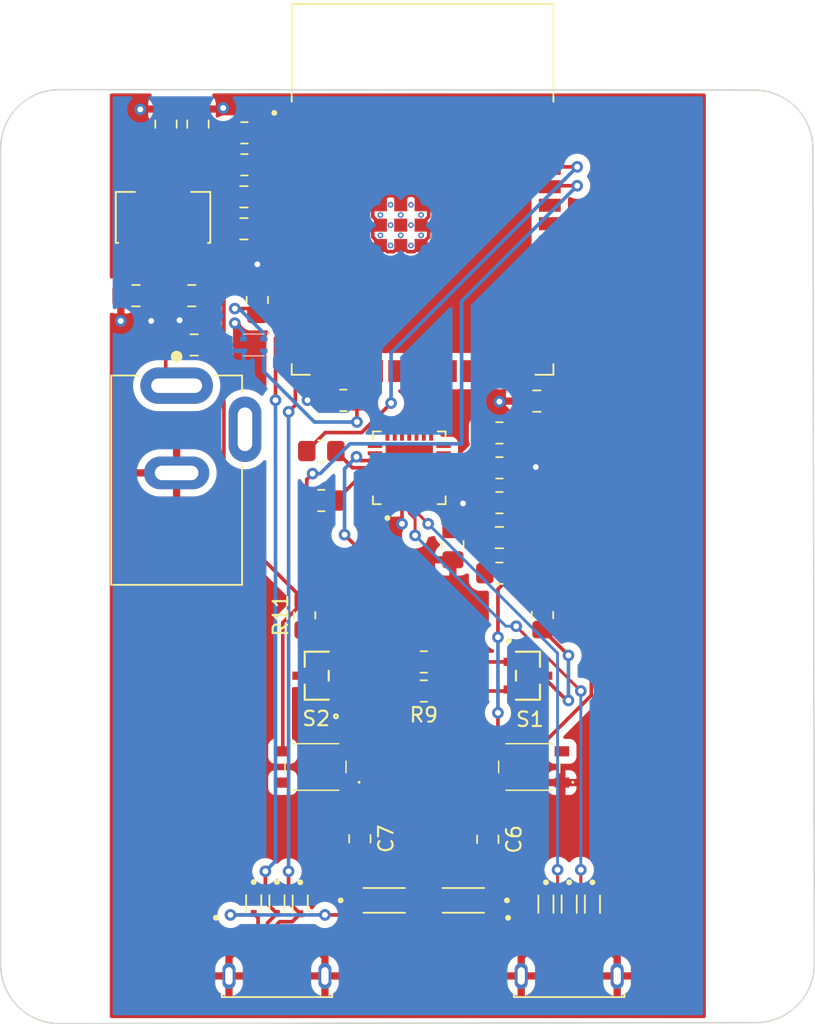
<source format=kicad_pcb>
(kicad_pcb (version 20221018) (generator pcbnew)
  (layers (0 "F.Cu" signal) (31 "B.Cu" signal) (34 "B.Paste" user) (35 "F.Paste" user) (36 "B.SilkS" user "B.Silkscreen") (37 "F.SilkS" user "F.Silkscreen") (38 "B.Mask" user) (39 "F.Mask" user) (44 "Edge.Cuts" user))
  (net 0 "")
  (net 1 "+12V")
  (net 2 "GND")
  (net 3 "+3.3V")
  (net 4 "Net-(C6-Pad1)")
  (net 5 "Net-(C7-Pad1)")
  (net 6 "Net-(U4-VBUS)")
  (net 7 "CHIP_PU")
  (net 8 "IO0")
  (net 9 "USB_DP")
  (net 10 "USB_DN")
  (net 11 "IO20")
  (net 12 "IO19")
  (net 13 "VBUS")
  (net 17 "Net-(U1-IO8)")
  (net 18 "Net-(U1-IO9)")
  (net 19 "Net-(U4-~{RST})")
  (net 20 "Net-(U4-~{SUSPEND})")
  (net 21 "Net-(U4-TXD)")
  (net 22 "U0RXD")
  (net 23 "Net-(U4-RXD)")
  (net 24 "U0TXD")
  (net 25 "DTR")
  (net 26 "Net-(U5-BASE)")
  (net 27 "RTS")
  (net 28 "Net-(U6-BASE)")
  (net 29 "Net-(U5-COLLECTOR)")
  (net 30 "Net-(U6-COLLECTOR)")
  (net 31 "ESP_3V3")
  (footprint "Resistor_SMD:R_0805_2012Metric_Pad1.20x1.40mm_HandSolder" (layer "F.Cu") (at 119.95 89 180)
    (fp_text reference "R7" hide)
    (fp_text value "0" hide)
  )
  (footprint "ECE445:SOT-23_ONS" (layer "F.Cu") (at 119.6348 101.0475 90)
    (fp_text reference "U5" hide)
    (fp_text value "L8050QLT1G" hide)
  )
  (footprint "Capacitor_SMD:C_0805_2012Metric_Pad1.18x1.45mm_HandSolder" (layer "F.Cu") (at 129 92.0375 -90)
    (fp_text reference "C8" hide)
    (fp_text value "10uF" hide)
  )
  (footprint "Resistor_SMD:R_0805_2012Metric_Pad1.20x1.40mm_HandSolder" (layer "F.Cu") (at 132.2 89.15 180)
    (fp_text reference "R6" hide)
    (fp_text value "47500" hide)
  )
  (footprint "ECE445:SOT-23_ONS" (layer "F.Cu") (at 134.1652 101.0475 -90)
    (fp_text reference "U6" hide)
    (fp_text value "L8050QLT1G" hide)
  )
  (footprint "Resistor_SMD:R_0805_2012Metric_Pad1.20x1.40mm_HandSolder" (layer "F.Cu") (at 114.665 63.71 180)
    (fp_text reference "R13" hide)
    (fp_text value "0" hide)
  )
  (footprint "ECE445:PTS815 SJG 250 SMTR LFS" (layer "F.Cu") (at 134.25 107.325 180)
    (fp_text reference "S1")
    (fp_text value "PTS815_SJG_250_SMTR_LFS" hide)
  )
  (footprint "Capacitor_SMD:C_0805_2012Metric_Pad1.18x1.45mm_HandSolder" (layer "F.Cu") (at 111.04 74.91)
    (fp_text reference "C1" hide)
    (fp_text value "1uF" hide)
  )
  (footprint "Resistor_SMD:R_0805_2012Metric_Pad1.20x1.40mm_HandSolder" (layer "F.Cu") (at 115.55 75.2 90)
    (fp_text reference "R1" hide)
    (fp_text value "10000" hide)
  )
  (footprint "ECE445:LDL1117S33R-SnapEDA" (layer "F.Cu") (at 109.065 69.525 90)
    (fp_text reference "U2" hide)
    (fp_text value "LDL1117S33R-SnapEDA" hide)
  )
  (footprint "Capacitor_SMD:C_0805_2012Metric_Pad1.18x1.45mm_HandSolder" (layer "F.Cu") (at 114.6275 68.11 180)
    (fp_text reference "C10" hide)
    (fp_text value "1uF" hide)
  )
  (footprint "Capacitor_SMD:C_0805_2012Metric_Pad1.18x1.45mm_HandSolder" (layer "F.Cu") (at 107.2025 74.91 180)
    (fp_text reference "C2" hide)
    (fp_text value "4.7uF" hide)
  )
  (footprint "ECE445:LESD5D5_0CT1G" (layer "F.Cu") (at 138.6 116.76 -90)
    (fp_text reference "D1" hide)
    (fp_text value "LESD5D5.0CT1G" hide)
  )
  (footprint "Resistor_SMD:R_0805_2012Metric_Pad1.20x1.40mm_HandSolder" (layer "F.Cu") (at 132.2 86.75 180)
    (fp_text reference "R3" hide)
    (fp_text value "1000" hide)
  )
  (footprint "ECE445:PTS815 SJG 250 SMTR LFS" (layer "F.Cu") (at 119.55 107.325 180)
    (fp_text reference "S2")
    (fp_text value "PTS815_SJG_250_SMTR_LFS" hide)
  )
  (footprint "ECE445:ESP32-S3-WROOM-1-N8-SnapEDA" (layer "F.Cu") (at 126.915 67.6)
    (fp_text reference "U1" hide)
    (fp_text value "ESP32-S3-WROOM-1-N8" hide)
  )
  (footprint "Resistor_SMD:R_0805_2012Metric_Pad1.20x1.40mm_HandSolder" (layer "F.Cu") (at 127 100.1)
    (fp_text reference "R10" hide)
    (fp_text value "10000" hide)
  )
  (footprint "Capacitor_SMD:C_0805_2012Metric_Pad1.18x1.45mm_HandSolder" (layer "F.Cu") (at 109.265 63.11 90)
    (fp_text reference "C4" hide)
    (fp_text value "10uF" hide)
  )
  (footprint "ECE445:PJ-202AH" (layer "F.Cu") (at 110 87.6 -90)
    (fp_text reference "J1" hide)
    (fp_text value "PJ-202AH" hide)
  )
  (footprint "Resistor_SMD:R_0805_2012Metric_Pad1.20x1.40mm_HandSolder" (layer "F.Cu") (at 118.8 96.895 90)
    (fp_text reference "R11")
    (fp_text value "0" hide)
  )
  (footprint "Resistor_SMD:R_0805_2012Metric_Pad1.20x1.40mm_HandSolder" (layer "F.Cu") (at 121.465 82.11 180)
    (fp_text reference "R2" hide)
    (fp_text value "10000" hide)
  )
  (footprint "ECE445:LESD5D5_0CT1G" (layer "F.Cu") (at 118.5 116.76 -90)
    (fp_text reference "D3" hide)
    (fp_text value "LESD5D5.0CT1G" hide)
  )
  (footprint "ECE445:10118193-0001LF" (layer "F.Cu") (at 137 121.7)
    (fp_text reference "J2" hide)
    (fp_text value "10118193-0001LF" hide)
  )
  (footprint "ECE445:LESD5D5_0CT1G" (layer "F.Cu") (at 116.9 116.74 -90)
    (fp_text reference "D4" hide)
    (fp_text value "LESD5D5.0CT1G" hide)
  )
  (footprint "Capacitor_SMD:C_0805_2012Metric_Pad1.18x1.45mm_HandSolder" (layer "F.Cu") (at 114.6275 70.31 180)
    (fp_text reference "C12" hide)
    (fp_text value "0.1uF" hide)
  )
  (footprint "Capacitor_SMD:C_0805_2012Metric_Pad1.18x1.45mm_HandSolder" (layer "F.Cu") (at 111.2 78.3 180)
    (fp_text reference "C3" hide)
    (fp_text value "100nF" hide)
  )
  (footprint "Resistor_SMD:R_0805_2012Metric_Pad1.20x1.40mm_HandSolder" (layer "F.Cu") (at 127 102.1 180)
    (fp_text reference "R9")
    (fp_text value "10000" hide)
  )
  (footprint "Capacitor_SMD:C_0805_2012Metric_Pad1.18x1.45mm_HandSolder" (layer "F.Cu") (at 111.465 63.11 90)
    (fp_text reference "C5" hide)
    (fp_text value "0.1uF" hide)
  )
  (footprint "Resistor_SMD:R_0805_2012Metric_Pad1.20x1.40mm_HandSolder" (layer "F.Cu") (at 132.2 94 180)
    (fp_text reference "R5" hide)
    (fp_text value "22100" hide)
  )
  (footprint "MountingHole:MountingHole_3.2mm_M3" (layer "F.Cu") (at 150.1 121.1)
    (fp_text reference "H4" hide)
    (fp_text value "MountingHole" hide)
  )
  (footprint "ECE445:CP2102N-A02-GQFN28" (layer "F.Cu") (at 126 86.75 90)
    (fp_text reference "U4" hide)
    (fp_text value "CP2102N-A02-GQFN28" hide)
  )
  (footprint "ECE445:10118193-0001LF" (layer "F.Cu") (at 116.9 121.7)
    (fp_text reference "J3" hide)
    (fp_text value "10118193-0001LF" hide)
  )
  (footprint "ECE445:LESD5D5_0CT1G" (layer "F.Cu") (at 135.4 116.76 -90)
    (fp_text reference "D7" hide)
    (fp_text value "LESD5D5.0CT1G" hide)
  )
  (footprint "ECE445:LESD5D5_0CT1G" (layer "F.Cu") (at 137 116.76 -90)
    (fp_text reference "D2" hide)
    (fp_text value "LESD5D5.0CT1G" hide)
  )
  (footprint "Resistor_SMD:R_0805_2012Metric_Pad1.20x1.40mm_HandSolder" (layer "F.Cu") (at 135.1652 96.876 90)
    (fp_text reference "R12" hide)
    (fp_text value "0" hide)
  )
  (footprint "ECE445:1N5819HW-7-F" (layer "F.Cu") (at 129.72 116.5 180)
    (fp_text reference "D6" hide)
    (fp_text value "1N5819HW-7-F" hide)
  )
  (footprint "Capacitor_SMD:C_0805_2012Metric_Pad1.18x1.45mm_HandSolder" (layer "F.Cu") (at 132.2 91.55)
    (fp_text reference "C9" hide)
    (fp_text value "1uF" hide)
  )
  (footprint "Resistor_SMD:R_0805_2012Metric_Pad1.20x1.40mm_HandSolder" (layer "F.Cu") (at 119.95 85.6 180)
    (fp_text reference "R8" hide)
    (fp_text value "0" hide)
  )
  (footprint "ECE445:LESD5D5_0CT1G" (layer "F.Cu") (at 115.3 116.74 -90)
    (fp_text reference "D8" hide)
    (fp_text value "LESD5D5.0CT1G" hide)
  )
  (footprint "Capacitor_SMD:C_0805_2012Metric_Pad1.18x1.45mm_HandSolder" (layer "F.Cu") (at 122.6 112.2625 90)
    (fp_text reference "C7")
    (fp_text value "10uF" hide)
  )
  (footprint "ECE445:1N5819HW-7-F" (layer "F.Cu") (at 124.28 116.5)
    (fp_text reference "D5" hide)
    (fp_text value "1N5819HW-7-F" hide)
  )
  (footprint "Capacitor_SMD:C_0805_2012Metric_Pad1.18x1.45mm_HandSolder" (layer "F.Cu") (at 134.7775 82.16 180)
    (fp_text reference "C11" hide)
    (fp_text value "0.1uF" hide)
  )
  (footprint "MountingHole:MountingHole_3.2mm_M3" (layer "F.Cu") (at 101.7 121.1)
    (fp_text reference "H2" hide)
    (fp_text value "MountingHole" hide)
  )
  (footprint "MountingHole:MountingHole_3.2mm_M3" (layer "F.Cu") (at 101.8 64.5)
    (fp_text reference "H1" hide)
    (fp_text value "MountingHole" hide)
  )
  (footprint "MountingHole:MountingHole_3.2mm_M3" (layer "F.Cu") (at 149.881128 64.6)
    (fp_text reference "H3" hide)
    (fp_text value "MountingHole" hide)
  )
  (footprint "Resistor_SMD:R_0805_2012Metric_Pad1.20x1.40mm_HandSolder" (layer "F.Cu") (at 132.2 84.35 180)
    (fp_text reference "R4" hide)
    (fp_text value "10000" hide)
  )
  (footprint "Resistor_SMD:R_0805_2012Metric_Pad1.20x1.40mm_HandSolder" (layer "F.Cu") (at 114.665 65.91)
    (fp_text reference "R14" hide)
    (fp_text value "10000" hide)
  )
  (footprint "Capacitor_SMD:C_0805_2012Metric_Pad1.18x1.45mm_HandSolder" (layer "F.Cu") (at 131.4 112.3 90)
    (fp_text reference "C6")
    (fp_text value "10uF" hide)
  )
  (footprint "ECE445:SHT45-AD1B-R3" (layer "B.Cu") (at 115.3 78.3 180)
    (fp_text reference "U3" hide)
    (fp_text value "SHT45-AD1B-R3" hide)
  )
  (gr_arc (start 101.931128 124.971128) (mid 99.08069 123.790438) (end 97.9 120.94) (stroke (width 0.1)) (layer "Edge.Cuts"))
  (gr_arc (start 97.9 64.771128) (mid 99.08069 61.92069) (end 101.931128 60.74) (stroke (width 0.1)) (layer "Edge.Cuts"))
  (gr_arc (start 149.731128 60.771128) (mid 152.581566 61.951818) (end 153.762256 64.802256) (stroke (width 0.1)) (layer "Edge.Cuts"))
  (gr_line (start 97.9 64.771128) (end 97.9 120.94) (stroke (width 0.1)) (layer "Edge.Cuts"))
  (gr_arc (start 153.862256 120.877744) (mid 152.681566 123.728182) (end 149.831128 124.908872) (stroke (width 0.1)) (layer "Edge.Cuts"))
  (gr_line (start 149.731128 60.771128) (end 101.931128 60.74) (stroke (width 0.1)) (layer "Edge.Cuts"))
  (gr_line (start 153.862256 120.877744) (end 153.762256 64.802256) (stroke (width 0.1)) (layer "Edge.Cuts"))
  (gr_line (start 101.931128 124.971128) (end 149.831128 124.908872) (stroke (width 0.1)) (layer "Edge.Cuts"))
  (segment (start 111.365 73.5475) (end 110.0025 74.91) (width 0.25) (layer "F.Cu") (net 1))
  (segment (start 111.365 72.54) (end 111.365 73.5475) (width 0.25) (layer "F.Cu") (net 1))
  (segment (start 109.25 75.6625) (end 110.0025 74.91) (width 0.25) (layer "F.Cu") (net 1))
  (segment (start 109.25 80.35) (end 109.25 75.6625) (width 0.25) (layer "F.Cu") (net 1))
  (segment (start 110 81.1) (end 109.25 80.35) (width 0.25) (layer "F.Cu") (net 1))
  (segment (start 109.265 62.0725) (end 107.5275 62.0725) (width 0.25) (layer "F.Cu") (net 2))
  (segment (start 125.897537 71.885) (end 126.332463 71.885) (width 0.25) (layer "F.Cu") (net 2))
  (segment (start 123.49 69.477463) (end 123.972537 69.96) (width 0.25) (layer "F.Cu") (net 2))
  (segment (start 133.2 83.2) (end 132.2 82.2) (width 0.25) (layer "F.Cu") (net 2))
  (segment (start 126.297463 68) (end 126.815 68.517537) (width 0.25) (layer "F.Cu") (net 2))
  (segment (start 124.015 67.09) (end 124.015 68.56) (width 0.25) (layer "F.Cu") (net 2))
  (segment (start 127.34 70.442537) (end 126.857463 69.96) (width 0.25) (layer "F.Cu") (net 2))
  (segment (start 132.24 82.16) (end 132.2 82.2) (width 0.25) (layer "F.Cu") (net 2))
  (segment (start 133.2 84.35) (end 133.2 83.2) (width 0.25) (layer "F.Cu") (net 2))
  (segment (start 111.465 62.0725) (end 113.1275 62.0725) (width 0.25) (layer "F.Cu") (net 2))
  (segment (start 124.015 68.56) (end 124.015 68.517537) (width 0.25) (layer "F.Cu") (net 2))
  (segment (start 125.415 71.36) (end 125.415 71.402463) (width 0.25) (layer "F.Cu") (net 2))
  (segment (start 119.165 62.24) (end 124.015 67.09) (width 0.25) (layer "F.Cu") (net 2))
  (segment (start 124.015 68.56) (end 123.972537 68.56) (width 0.25) (layer "F.Cu") (net 2))
  (segment (start 126.332463 71.885) (end 126.815 71.402463) (width 0.25) (layer "F.Cu") (net 2))
  (segment (start 125.5 87.25) (end 126 86.75) (width 0.25) (layer "F.Cu") (net 2))
  (segment (start 125.415 68.517537) (end 125.932537 68) (width 0.25) (layer "F.Cu") (net 2))
  (segment (start 123.49 70.442537) (end 123.49 70.877463) (width 0.25) (layer "F.Cu") (net 2))
  (segment (start 133.74 82.16) (end 132.24 82.16) (width 0.25) (layer "F.Cu") (net 2))
  (segment (start 124.015 71.36) (end 124.015 71.402463) (width 0.25) (layer "F.Cu") (net 2))
  (segment (start 106.15 76.65) (end 106.15 74.925) (width 0.25) (layer "F.Cu") (net 2))
  (segment (start 124.015 69.96) (end 123.972537 69.96) (width 0.25) (layer "F.Cu") (net 2))
  (segment (start 118.1 121.7) (end 118.1 119.125) (width 0.25) (layer "F.Cu") (net 2))
  (segment (start 124.497537 71.885) (end 124.932463 71.885) (width 0.25) (layer "F.Cu") (net 2))
  (segment (start 125.415 71.402463) (end 125.897537 71.885) (width 0.25) (layer "F.Cu") (net 2))
  (segment (start 126.815 69.96) (end 126.857463 69.96) (width 0.25) (layer "F.Cu") (net 2))
  (segment (start 124.015 71.402463) (end 124.497537 71.885) (width 0.25) (layer "F.Cu") (net 2))
  (segment (start 123.972537 69.96) (end 123.49 70.442537) (width 0.25) (layer "F.Cu") (net 2))
  (segment (start 118.165 62.24) (end 119.165 62.24) (width 0.25) (layer "F.Cu") (net 2))
  (segment (start 125.5 89.11) (end 125.5 87.25) (width 0.25) (layer "F.Cu") (net 2))
  (segment (start 127.34 69.477463) (end 127.34 69.042537) (width 0.25) (layer "F.Cu") (net 2))
  (segment (start 123.972537 68.56) (end 123.49 69.042537) (width 0.25) (layer "F.Cu") (net 2))
  (segment (start 133.135 62.34) (end 126.815 68.66) (width 0.25) (layer "F.Cu") (net 2))
  (segment (start 135.665 62.34) (end 133.135 62.34) (width 0.25) (layer "F.Cu") (net 2))
  (segment (start 124.932463 71.885) (end 125.415 71.402463) (width 0.25) (layer "F.Cu") (net 2))
  (segment (start 127.34 69.042537) (end 126.857463 68.56) (width 0.25) (layer "F.Cu") (net 2))
  (segment (start 127.34 70.877463) (end 127.34 70.442537) (width 0.25) (layer "F.Cu") (net 2))
  (segment (start 123.49 69.042537) (end 123.49 69.477463) (width 0.25) (layer "F.Cu") (net 2))
  (segment (start 126.857463 71.36) (end 127.34 70.877463) (width 0.25) (layer "F.Cu") (net 2))
  (segment (start 123.49 70.877463) (end 123.972537 71.36) (width 0.25) (layer "F.Cu") (net 2))
  (segment (start 126.815 71.402463) (end 126.815 71.36) (width 0.25) (layer "F.Cu") (net 2))
  (segment (start 124.932463 68.035) (end 125.415 68.517537) (width 0.25) (layer "F.Cu") (net 2))
  (segment (start 138.2 121.7) (end 138.2 119.125) (width 0.25) (layer "F.Cu") (net 2))
  (segment (start 126.857463 69.96) (end 127.34 69.477463) (width 0.25) (layer "F.Cu") (net 2))
  (segment (start 106.165 74.91) (end 106.165 73.14) (width 0.25) (layer "F.Cu") (net 2))
  (segment (start 125.415 68.56) (end 125.415 68.517537) (width 0.25) (layer "F.Cu") (net 2))
  (segment (start 125.5 90.6) (end 125.5 89.11) (width 0.25) (layer "F.Cu") (net 2))
  (segment (start 126.815 68.517537) (end 126.815 68.56) (width 0.25) (layer "F.Cu") (net 2))
  (segment (start 126.857463 68.56) (end 126.815 68.56) (width 0.25) (layer "F.Cu") (net 2))
  (segment (start 125.932537 68) (end 126.297463 68) (width 0.25) (layer "F.Cu") (net 2))
  (segment (start 124.497537 68.035) (end 124.932463 68.035) (width 0.25) (layer "F.Cu") (net 2))
  (segment (start 124.015 68.517537) (end 124.497537 68.035) (width 0.25) (layer "F.Cu") (net 2))
  (segment (start 123.972537 71.36) (end 124.015 71.36) (width 0.25) (layer "F.Cu") (net 2))
  (segment (start 126.815 71.36) (end 126.857463 71.36) (width 0.25) (layer "F.Cu") (net 2))
  (segment (start 106.165 73.14) (end 106.765 72.54) (width 0.25) (layer "F.Cu") (net 2))
  (via (at 113.2 62) (size 0.8) (drill 0.4) (layers "F.Cu" "B.Cu") (net 2))
  (via (at 106.15 76.65) (size 0.8) (drill 0.4) (layers "F.Cu" "B.Cu") (net 2))
  (via (at 132.2 82.2) (size 0.8) (drill 0.4) (layers "F.Cu" "B.Cu") (net 2))
  (via (at 114 76.8) (size 0.8) (drill 0.4) (layers "F.Cu" "B.Cu") (net 2))
  (via (at 107.5 62.1) (size 0.8) (drill 0.4) (layers "F.Cu" "B.Cu") (net 2))
  (via (at 125.5 90.6) (size 0.8) (drill 0.4) (layers "F.Cu" "B.Cu") (net 2))
  (segment (start 114.6 77.9) (end 114.6 77.4) (width 0.25) (layer "B.Cu") (net 2))
  (segment (start 114.6 77.4) (end 114 76.8) (width 0.25) (layer "B.Cu") (net 2))
  (segment (start 109.065 64.3475) (end 109.265 64.1475) (width 0.25) (layer "F.Cu") (net 3))
  (segment (start 115.55 72.75) (end 115.55 74.2) (width 0.25) (layer "F.Cu") (net 3))
  (segment (start 120.465 82.11) (end 119.01 82.11) (width 0.25) (layer "F.Cu") (net 3))
  (segment (start 128.21 89.11) (end 129 89.9) (width 0.25) (layer "F.Cu") (net 3))
  (segment (start 109.065 66.51) (end 109.065 64.3475) (width 0.25) (layer "F.Cu") (net 3))
  (segment (start 109.065 72.54) (end 109.065 74.085) (width 0.25) (layer "F.Cu") (net 3))
  (segment (start 110.1625 78.3) (end 110.1625 76.6375) (width 0.25) (layer "F.Cu") (net 3))
  (segment (start 111.465 64.1475) (end 113.2275 64.1475) (width 0.25) (layer "F.Cu") (net 3))
  (segment (start 133.2 86.75) (end 134.65 86.75) (width 0.25) (layer "F.Cu") (net 3))
  (segment (start 129 91) (end 129 89.9) (width 0.25) (layer "F.Cu") (net 3))
  (segment (start 109.065 74.085) (end 108.24 74.91) (width 0.25) (layer "F.Cu") (net 3))
  (segment (start 109.065 66.51) (end 109.065 72.54) (width 0.25) (layer "F.Cu") (net 3))
  (segment (start 127.5 89.11) (end 128.21 89.11) (width 0.25) (layer "F.Cu") (net 3))
  (segment (start 109.265 64.1475) (end 111.465 64.1475) (width 0.25) (layer "F.Cu") (net 3))
  (segment (start 113.2275 64.1475) (end 113.665 63.71) (width 0.25) (layer "F.Cu") (net 3))
  (segment (start 108.24 74.91) (end 107.94 74.91) (width 0.25) (layer "F.Cu") (net 3))
  (segment (start 129 89.9) (end 129.7 89.2) (width 0.25) (layer "F.Cu") (net 3))
  (via (at 115.55 72.75) (size 0.8) (drill 0.4) (layers "F.Cu" "B.Cu") (net 3))
  (via (at 134.7 86.7) (size 0.8) (drill 0.4) (layers "F.Cu" "B.Cu") (net 3))
  (via (at 108.25 76.65) (size 0.8) (drill 0.4) (layers "F.Cu" "B.Cu") (net 3))
  (via (at 110.2 76.6) (size 0.8) (drill 0.4) (layers "F.Cu" "B.Cu") (net 3))
  (via (at 129.7 89.2) (size 0.8) (drill 0.4) (layers "F.Cu" "B.Cu") (net 3))
  (via (at 119 82.1) (size 0.8) (drill 0.4) (layers "F.Cu" "B.Cu") (net 3))
  (via (at 110.2 76.6) (size 0.8) (drill 0.4) (layers "F.Cu" "B.Cu") (net 3))
  (segment (start 131 87.9) (end 129.7 89.2) (width 0.25) (layer "B.Cu") (net 3))
  (segment (start 134 87.9) (end 131 87.9) (width 0.25) (layer "B.Cu") (net 3))
  (segment (start 134.7 86.7) (end 134.7 87.2) (width 0.25) (layer "B.Cu") (net 3))
  (segment (start 134.7 87.2) (end 134 87.9) (width 0.25) (layer "B.Cu") (net 3))
  (segment (start 108.25 76.65) (end 110.15 76.65) (width 0.25) (layer "B.Cu") (net 3))
  (segment (start 110.15 76.65) (end 110.2 76.6) (width 0.25) (layer "B.Cu") (net 3))
  (segment (start 131.4 116.5) (end 131.4 113.3375) (width 0.25) (layer "F.Cu") (net 4))
  (segment (start 130.3 88.25) (end 128.36 88.25) (width 0.25) (layer "F.Cu") (net 6))
  (segment (start 131.2 94) (end 131.2 91.5875) (width 0.25) (layer "F.Cu") (net 6))
  (segment (start 131.2 89.15) (end 130.3 88.25) (width 0.25) (layer "F.Cu") (net 6))
  (segment (start 131.2 89.15) (end 131.2 91.5125) (width 0.25) (layer "F.Cu") (net 6))
  (segment (start 115.665 70.31) (end 115.665 68.11) (width 0.25) (layer "F.Cu") (net 7))
  (segment (start 117.3 97.395) (end 118.8 95.895) (width 0.25) (layer "F.Cu") (net 7))
  (segment (start 118.8 95.895) (end 113.25 90.345) (width 0.25) (layer "F.Cu") (net 7))
  (segment (start 113.25 90.345) (end 113.25 72.725) (width 0.25) (layer "F.Cu") (net 7))
  (segment (start 117.3 106.25) (end 117.3 97.395) (width 0.25) (layer "F.Cu") (net 7))
  (segment (start 116.795 64.78) (end 118.165 64.78) (width 0.25) (layer "F.Cu") (net 7))
  (segment (start 113.25 72.725) (end 115.665 70.31) (width 0.25) (layer "F.Cu") (net 7))
  (segment (start 115.665 65.91) (end 115.665 68.11) (width 0.25) (layer "F.Cu") (net 7))
  (segment (start 115.665 65.91) (end 116.795 64.78) (width 0.25) (layer "F.Cu") (net 7))
  (segment (start 135.815 82.16) (end 135.815 78.9) (width 0.25) (layer "F.Cu") (net 8))
  (segment (start 135.815 82.16) (end 135.815 95.2262) (width 0.25) (layer "F.Cu") (net 8))
  (segment (start 135.815 78.9) (end 135.665 78.75) (width 0.25) (layer "F.Cu") (net 8))
  (segment (start 138.525 99.2358) (end 135.1652 95.876) (width 0.25) (layer "F.Cu") (net 8))
  (segment (start 134.675305 106.25) (end 138.525 102.400305) (width 0.25) (layer "F.Cu") (net 8))
  (segment (start 135.815 95.2262) (end 135.1652 95.876) (width 0.25) (layer "F.Cu") (net 8))
  (segment (start 138.525 102.400305) (end 138.525 99.2358) (width 0.25) (layer "F.Cu") (net 8))
  (segment (start 132 106.25) (end 134.675305 106.25) (width 0.25) (layer "F.Cu") (net 8))
  (segment (start 133.355378 97.650922) (end 133.355378 97.644622) (width 0.2) (layer "F.Cu") (net 9))
  (segment (start 126.4 91.4) (end 126.4 90.265686) (width 0.2) (layer "F.Cu") (net 9))
  (segment (start 126 89.865686) (end 126 89.11) (width 0.2) (layer "F.Cu") (net 9))
  (segment (start 137.8 116.62) (end 137.8 114.4) (width 0.2) (layer "F.Cu") (net 9))
  (segment (start 137.15 118) (end 138.02 118) (width 0.2) (layer "F.Cu") (net 9))
  (segment (start 138.6 117.42) (end 137.8 116.62) (width 0.2) (layer "F.Cu") (net 9))
  (segment (start 136.504456 100.8) (end 136.504456 100.804456) (width 0.2) (layer "F.Cu") (net 9))
  (segment (start 136.504456 100.804456) (end 137.8 102.1) (width 0.2) (layer "F.Cu") (net 9))
  (segment (start 138.02 118) (end 138.6 117.42) (width 0.2) (layer "F.Cu") (net 9))
  (segment (start 137 118.15) (end 137.15 118) (width 0.2) (layer "F.Cu") (net 9))
  (segment (start 137 119.025) (end 137 118.15) (width 0.2) (layer "F.Cu") (net 9))
  (segment (start 136.504456 100.8) (end 133.355378 97.650922) (width 0.2) (layer "F.Cu") (net 9))
  (segment (start 126.4 90.265686) (end 126 89.865686) (width 0.2) (layer "F.Cu") (net 9))
  (via (at 137.8 102.1) (size 0.8) (drill 0.4) (layers "F.Cu" "B.Cu") (net 9))
  (via (at 133.355378 97.644622) (size 0.8) (drill 0.4) (layers "F.Cu" "B.Cu") (net 9))
  (via (at 126.4 91.4) (size 0.8) (drill 0.4) (layers "F.Cu" "B.Cu") (net 9))
  (via (at 137.8 114.4) (size 0.8) (drill 0.4) (layers "F.Cu" "B.Cu") (net 9))
  (segment (start 132.644622 97.644622) (end 126.4 91.4) (width 0.2) (layer "B.Cu") (net 9))
  (segment (start 137.8 114.4) (end 137.8 102.1) (width 0.2) (layer "B.Cu") (net 9))
  (segment (start 133.355378 97.644622) (end 132.644622 97.644622) (width 0.2) (layer "B.Cu") (net 9))
  (segment (start 127.3 90.6) (end 126.5 89.8) (width 0.2) (layer "F.Cu") (net 10))
  (segment (start 136.2 116.62) (end 136.2 114.4) (width 0.2) (layer "F.Cu") (net 10))
  (segment (start 136.35 119.025) (end 136.35 118.07) (width 0.2) (layer "F.Cu") (net 10))
  (segment (start 136.35 118.07) (end 137 117.42) (width 0.2) (layer "F.Cu") (net 10))
  (segment (start 137 117.42) (end 136.2 116.62) (width 0.2) (layer "F.Cu") (net 10))
  (segment (start 126.5 89.8) (end 126.5 89.11) (width 0.2) (layer "F.Cu") (net 10))
  (via (at 136.2 114.4) (size 0.8) (drill 0.4) (layers "F.Cu" "B.Cu") (net 10))
  (via (at 127.3 90.6) (size 0.8) (drill 0.4) (layers "F.Cu" "B.Cu") (net 10))
  (segment (start 136.2 99.5) (end 127.3 90.6) (width 0.2) (layer "B.Cu") (net 10))
  (segment (start 136.2 114.4) (end 136.2 99.5) (width 0.2) (layer "B.Cu") (net 10))
  (segment (start 116.9 119.025) (end 116.9 118.15) (width 0.25) (layer "F.Cu") (net 11))
  (segment (start 117.7 82.9) (end 118.165 82.435) (width 0.25) (layer "F.Cu") (net 11))
  (segment (start 117.955 117.965) (end 118.5 117.42) (width 0.25) (layer "F.Cu") (net 11))
  (segment (start 117.085 117.965) (end 117.955 117.965) (width 0.25) (layer "F.Cu") (net 11))
  (segment (start 117.7 116.62) (end 117.7 114.5) (width 0.25) (layer "F.Cu") (net 11))
  (segment (start 118.165 82.435) (end 118.165 78.75) (width 0.25) (layer "F.Cu") (net 11))
  (segment (start 118.5 117.42) (end 117.7 116.62) (width 0.25) (layer "F.Cu") (net 11))
  (segment (start 116.9 118.15) (end 117.085 117.965) (width 0.25) (layer "F.Cu") (net 11))
  (via (at 117.7 82.9) (size 0.8) (drill 0.4) (layers "F.Cu" "B.Cu") (net 11))
  (via (at 117.7 114.5) (size 0.8) (drill 0.4) (layers "F.Cu" "B.Cu") (net 11))
  (segment (start 117.7 114.5) (end 117.7 82.9) (width 0.25) (layer "B.Cu") (net 11))
  (segment (start 116.8 82.1) (end 116.8 77.845) (width 0.25) (layer "F.Cu") (net 12))
  (segment (start 116.25 118.05) (end 116.9 117.4) (width 0.25) (layer "F.Cu") (net 12))
  (segment (start 116.25 119.025) (end 116.25 118.05) (width 0.25) (layer "F.Cu") (net 12))
  (segment (start 116.1 116.6) (end 116.1 114.5) (width 0.25) (layer "F.Cu") (net 12))
  (segment (start 116.9 117.4) (end 116.1 116.6) (width 0.25) (layer "F.Cu") (net 12))
  (segment (start 117.165 77.48) (end 118.165 77.48) (width 0.25) (layer "F.Cu") (net 12))
  (segment (start 116.8 77.845) (end 117.165 77.48) (width 0.25) (layer "F.Cu") (net 12))
  (via (at 116.8 82.1) (size 0.8) (drill 0.4) (layers "F.Cu" "B.Cu") (net 12))
  (via (at 116.1 114.5) (size 0.8) (drill 0.4) (layers "F.Cu" "B.Cu") (net 12))
  (segment (start 116.1 114.5) (end 116.8 113.8) (width 0.25) (layer "B.Cu") (net 12))
  (segment (start 116.8 113.8) (end 116.8 82.1) (width 0.25) (layer "B.Cu") (net 12))
  (segment (start 128.96 117.42) (end 128.04 116.5) (width 0.25) (layer "F.Cu") (net 13))
  (segment (start 135.7 117.72) (end 135.4 117.42) (width 0.25) (layer "F.Cu") (net 13))
  (segment (start 128.04 108.71) (end 132.1 104.65) (width 0.25) (layer "F.Cu") (net 13))
  (segment (start 135.7 119.025) (end 135.7 117.72) (width 0.25) (layer "F.Cu") (net 13))
  (segment (start 132.1 104.65) (end 132.1 103.6) (width 0.25) (layer "F.Cu") (net 13))
  (segment (start 132.1 98.4) (end 132.1 95.1) (width 0.25) (layer "F.Cu") (net 13))
  (segment (start 128.04 116.5) (end 128.04 108.71) (width 0.25) (layer "F.Cu") (net 13))
  (segment (start 115.6 119.025) (end 115.6 117.7) (width 0.25) (layer "F.Cu") (net 13))
  (segment (start 128.04 116.5) (end 125.96 116.5) (width 0.25) (layer "F.Cu") (net 13))
  (segment (start 132.1 95.1) (end 133.2 94) (width 0.25) (layer "F.Cu") (net 13))
  (segment (start 113.7 117.5) (end 115.2 117.5) (width 0.25) (layer "F.Cu") (net 13))
  (segment (start 115.6 117.7) (end 115.3 117.4) (width 0.25) (layer "F.Cu") (net 13))
  (segment (start 124.96 117.5) (end 120.2 117.5) (width 0.25) (layer "F.Cu") (net 13))
  (segment (start 135.4 117.42) (end 128.96 117.42) (width 0.25) (layer "F.Cu") (net 13))
  (segment (start 125.96 116.5) (end 124.96 117.5) (width 0.25) (layer "F.Cu") (net 13))
  (via (at 113.7 117.5) (size 0.8) (drill 0.4) (layers "F.Cu" "B.Cu") (net 13))
  (via (at 120.2 117.5) (size 0.8) (drill 0.4) (layers "F.Cu" "B.Cu") (net 13))
  (via (at 132.1 98.4) (size 0.8) (drill 0.4) (layers "F.Cu" "B.Cu") (net 13))
  (via (at 132.1 103.6) (size 0.8) (drill 0.4) (layers "F.Cu" "B.Cu") (net 13))
  (segment (start 132.1 103.6) (end 132.1 98.4) (width 0.25) (layer "B.Cu") (net 13))
  (segment (start 120.2 117.5) (end 113.7 117.5) (width 0.25) (layer "B.Cu") (net 13))
  (segment (start 114 75.800497) (end 115.150497 75.800497) (width 0.25) (layer "F.Cu") (net 17))
  (segment (start 118.165 76.21) (end 115.56 76.21) (width 0.25) (layer "F.Cu") (net 17))
  (segment (start 115.56 76.21) (end 115.55 76.2) (width 0.25) (layer "F.Cu") (net 17))
  (segment (start 115.150497 75.800497) (end 115.55 76.2) (width 0.25) (layer "F.Cu") (net 17))
  (via (at 114 75.800497) (size 0.8) (drill 0.4) (layers "F.Cu" "B.Cu") (net 17))
  (segment (start 116 77.5) (end 114.300497 75.800497) (width 0.25) (layer "B.Cu") (net 17))
  (segment (start 114.300497 75.800497) (end 114 75.800497) (width 0.25) (layer "B.Cu") (net 17))
  (segment (start 116 77.9) (end 116 77.5) (width 0.25) (layer "B.Cu") (net 17))
  (segment (start 122.465 80.005) (end 122.47 80) (width 0.25) (layer "F.Cu") (net 18))
  (segment (start 122.4 83.6) (end 122.4 82.175) (width 0.25) (layer "F.Cu") (net 18))
  (segment (start 122.465 82.11) (end 122.465 80.005) (width 0.25) (layer "F.Cu") (net 18))
  (via (at 122.4 83.6) (size 0.8) (drill 0.4) (layers "F.Cu" "B.Cu") (net 18))
  (segment (start 119.474695 83.6) (end 122.4 83.6) (width 0.25) (layer "B.Cu") (net 18))
  (segment (start 116 78.7) (end 116 80.125305) (width 0.25) (layer "B.Cu") (net 18))
  (segment (start 116 80.125305) (end 119.474695 83.6) (width 0.25) (layer "B.Cu") (net 18))
  (segment (start 131.2 86.75) (end 130.2 87.75) (width 0.25) (layer "F.Cu") (net 19))
  (segment (start 130.2 87.75) (end 128.36 87.75) (width 0.25) (layer "F.Cu") (net 19))
  (segment (start 129.5 86.75) (end 128.36 86.75) (width 0.25) (layer "F.Cu") (net 20))
  (segment (start 131.2 84.35) (end 131.2 85.05) (width 0.25) (layer "F.Cu") (net 20))
  (segment (start 131.2 85.05) (end 129.5 86.75) (width 0.25) (layer "F.Cu") (net 20))
  (segment (start 123.64 87.25) (end 122.7 87.25) (width 0.25) (layer "F.Cu") (net 21))
  (segment (start 122.7 87.25) (end 120.95 89) (width 0.25) (layer "F.Cu") (net 21))
  (segment (start 137.55 67.35) (end 135.695 67.35) (width 0.25) (layer "F.Cu") (net 22))
  (segment (start 135.695 67.35) (end 135.665 67.32) (width 0.25) (layer "F.Cu") (net 22))
  (segment (start 118.95 87.55) (end 119.35 87.15) (width 0.25) (layer "F.Cu") (net 22))
  (segment (start 118.95 89) (end 118.95 87.55) (width 0.25) (layer "F.Cu") (net 22))
  (via (at 119.35 87.15) (size 0.8) (drill 0.4) (layers "F.Cu" "B.Cu") (net 22))
  (via (at 137.55 67.35) (size 0.8) (drill 0.4) (layers "F.Cu" "B.Cu") (net 22))
  (segment (start 129.6 75.3) (end 137.55 67.35) (width 0.25) (layer "B.Cu") (net 22))
  (segment (start 119.35 87.15) (end 119.875305 87.15) (width 0.25) (layer "B.Cu") (net 22))
  (segment (start 119.875305 87.15) (end 121.925305 85.1) (width 0.25) (layer "B.Cu") (net 22))
  (segment (start 129.6 85.1) (end 129.6 75.3) (width 0.25) (layer "B.Cu") (net 22))
  (segment (start 121.925305 85.1) (end 129.6 85.1) (width 0.25) (layer "B.Cu") (net 22))
  (segment (start 122.1 86.75) (end 120.95 85.6) (width 0.25) (layer "F.Cu") (net 23))
  (segment (start 123.64 86.75) (end 122.1 86.75) (width 0.25) (layer "F.Cu") (net 23))
  (segment (start 120.225 84.325) (end 122.725 84.325) (width 0.25) (layer "F.Cu") (net 24))
  (segment (start 118.95 85.6) (end 120.225 84.325) (width 0.25) (layer "F.Cu") (net 24))
  (segment (start 122.725 84.325) (end 124.75 82.3) (width 0.25) (layer "F.Cu") (net 24))
  (segment (start 137.55 66.05) (end 135.665 66.05) (width 0.25) (layer "F.Cu") (net 24))
  (via (at 137.55 66.05) (size 0.8) (drill 0.4) (layers "F.Cu" "B.Cu") (net 24))
  (via (at 124.75 82.3) (size 0.8) (drill 0.4) (layers "F.Cu" "B.Cu") (net 24))
  (segment (start 124.75 78.85) (end 137.55 66.05) (width 0.25) (layer "B.Cu") (net 24))
  (segment (start 124.75 82.3) (end 124.75 78.85) (width 0.25) (layer "B.Cu") (net 24))
  (segment (start 127.075 95.175) (end 123.64 91.74) (width 0.25) (layer "F.Cu") (net 25))
  (segment (start 128 102.1) (end 127.075 101.175) (width 0.25) (layer "F.Cu") (net 25))
  (segment (start 127.075 101.175) (end 127.075 95.175) (width 0.25) (layer "F.Cu") (net 25))
  (segment (start 123.64 91.74) (end 123.64 88.25) (width 0.25) (layer "F.Cu") (net 25))
  (segment (start 128 102.1) (end 133.1 102.1) (width 0.25) (layer "F.Cu") (net 25))
  (segment (start 120.6 102) (end 125.9 102) (width 0.25) (layer "F.Cu") (net 26))
  (segment (start 120.6 100.095) (end 125.995 100.095) (width 0.25) (layer "F.Cu") (net 27))
  (segment (start 123.64 86.25) (end 122.624598 86.25) (width 0.25) (layer "F.Cu") (net 27))
  (segment (start 126 95.8) (end 121.55 91.35) (width 0.25) (layer "F.Cu") (net 27))
  (segment (start 126 100.1) (end 126 95.8) (width 0.25) (layer "F.Cu") (net 27))
  (segment (start 122.624598 86.25) (end 122.369731 85.995133) (width 0.25) (layer "F.Cu") (net 27))
  (segment (start 125.995 100.095) (end 126 100.1) (width 0.25) (layer "F.Cu") (net 27))
  (via (at 122.369731 85.995133) (size 0.8) (drill 0.4) (layers "F.Cu" "B.Cu") (net 27))
  (via (at 121.55 91.35) (size 0.8) (drill 0.4) (layers "F.Cu" "B.Cu") (net 27))
  (segment (start 121.55 86.814864) (end 121.55 91.35) (width 0.25) (layer "B.Cu") (net 27))
  (segment (start 122.369731 85.995133) (end 121.55 86.814864) (width 0.25) (layer "B.Cu") (net 27))
  (segment (start 128 100.1) (end 133.195 100.1) (width 0.25) (layer "F.Cu") (net 28))
  (segment (start 133.195 100.1) (end 133.2 100.095) (width 0.25) (layer "F.Cu") (net 28))
  (segment (start 118.6696 101.0475) (end 118.6696 98.0254) (width 0.25) (layer "F.Cu") (net 29))
  (segment (start 136.95 99.65) (end 135.176 97.876) (width 0.25) (layer "F.Cu") (net 30))
  (segment (start 136.8329 102.75) (end 135.1304 101.0475) (width 0.25) (layer "F.Cu") (net 30))
  (segment (start 136.95 102.75) (end 136.8329 102.75) (width 0.25) (layer "F.Cu") (net 30))
  (via (at 136.95 102.75) (size 0.8) (drill 0.4) (layers "F.Cu" "B.Cu") (net 30))
  (via (at 136.95 99.65) (size 0.8) (drill 0.4) (layers "F.Cu" "B.Cu") (net 30))
  (segment (start 136.95 101.4) (end 136.95 102.75) (width 0.25) (layer "B.Cu") (net 30))
  (segment (start 136.95 99.65) (end 136.95 99.4) (width 0.25) (layer "B.Cu") (net 30))
  (segment (start 136.95 101.4) (end 136.95 99.65) (width 0.25) (layer "B.Cu") (net 30))
  (segment (start 113.665 65.91) (end 113.665 65.71) (width 0.25) (layer "F.Cu") (net 31))
  (segment (start 113.665 65.71) (end 115.665 63.71) (width 0.25) (layer "F.Cu") (net 31))
  (segment (start 115.665 63.71) (end 117.965 63.71) (width 0.25) (layer "F.Cu") (net 31))
  (segment (start 117.965 63.71) (end 118.165 63.51) (width 0.25) (layer "F.Cu") (net 31))
  (zone (net 2) (net_name "GND") (layer "F.Cu") (connect_pads yes (clearance 0.5)) (min_thickness 0.25) (fill yes (thermal_gap 0.5) (thermal_bridge_width 0.5))
    (polygon (pts (xy 105.4 61) (xy 146.4 61) (xy 146.4 124.6) (xy 105.4 124.6)))
  )
  (zone (net 3) (net_name "+3.3V") (layer "B.Cu") (priority 1) (connect_pads (clearance 0.5)) (min_thickness 0.25) (fill yes (thermal_gap 0.5) (thermal_bridge_width 0.5))
    (polygon (pts (xy 105.6 61.2) (xy 146.2 61.2) (xy 146.2 124.4) (xy 105.6 124.4)))
  )
)
</source>
